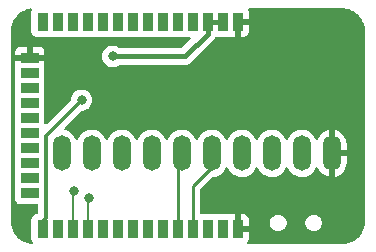
<source format=gbr>
%TF.GenerationSoftware,KiCad,Pcbnew,7.0.2*%
%TF.CreationDate,2023-05-14T05:20:11+02:00*%
%TF.ProjectId,marauder_mini_pcb,6d617261-7564-4657-925f-6d696e695f70,rev?*%
%TF.SameCoordinates,Original*%
%TF.FileFunction,Copper,L1,Top*%
%TF.FilePolarity,Positive*%
%FSLAX46Y46*%
G04 Gerber Fmt 4.6, Leading zero omitted, Abs format (unit mm)*
G04 Created by KiCad (PCBNEW 7.0.2) date 2023-05-14 05:20:11*
%MOMM*%
%LPD*%
G01*
G04 APERTURE LIST*
%TA.AperFunction,SMDPad,CuDef*%
%ADD10R,0.900000X1.500000*%
%TD*%
%TA.AperFunction,SMDPad,CuDef*%
%ADD11R,1.500000X0.900000*%
%TD*%
%TA.AperFunction,ComponentPad*%
%ADD12O,1.500000X3.000000*%
%TD*%
%TA.AperFunction,ViaPad*%
%ADD13C,0.800000*%
%TD*%
%TA.AperFunction,Conductor*%
%ADD14C,0.250000*%
%TD*%
%TA.AperFunction,Conductor*%
%ADD15C,0.200000*%
%TD*%
%TA.AperFunction,Conductor*%
%ADD16C,0.400000*%
%TD*%
%TA.AperFunction,Conductor*%
%ADD17C,0.300000*%
%TD*%
G04 APERTURE END LIST*
D10*
%TO.P,U1,1,GND*%
%TO.N,GND*%
X79210000Y-51200000D03*
%TO.P,U1,2,VDD*%
%TO.N,Net-(SW1-B)*%
X77940000Y-51200000D03*
%TO.P,U1,3,EN*%
X76670000Y-51200000D03*
%TO.P,U1,4,SENSOR_VP*%
%TO.N,unconnected-(U1-SENSOR_VP-Pad4)*%
X75400000Y-51200000D03*
%TO.P,U1,5,SENSOR_VN*%
%TO.N,unconnected-(U1-SENSOR_VN-Pad5)*%
X74130000Y-51200000D03*
%TO.P,U1,6,IO34*%
%TO.N,unconnected-(U1-IO34-Pad6)*%
X72860000Y-51200000D03*
%TO.P,U1,7,IO35*%
%TO.N,unconnected-(U1-IO35-Pad7)*%
X71590000Y-51200000D03*
%TO.P,U1,8,IO32*%
%TO.N,unconnected-(U1-IO32-Pad8)*%
X70320000Y-51200000D03*
%TO.P,U1,9,IO33*%
%TO.N,unconnected-(U1-IO33-Pad9)*%
X69050000Y-51200000D03*
%TO.P,U1,10,IO25*%
%TO.N,unconnected-(U1-IO25-Pad10)*%
X67780000Y-51200000D03*
%TO.P,U1,11,IO26*%
%TO.N,unconnected-(U1-IO26-Pad11)*%
X66510000Y-51200000D03*
%TO.P,U1,12,IO27*%
%TO.N,unconnected-(U1-IO27-Pad12)*%
X65240000Y-51200000D03*
%TO.P,U1,13,IO14*%
%TO.N,unconnected-(U1-IO14-Pad13)*%
X63970000Y-51200000D03*
%TO.P,U1,14,IO12*%
%TO.N,unconnected-(U1-IO12-Pad14)*%
X62700000Y-51200000D03*
D11*
%TO.P,U1,15,GND*%
%TO.N,GND*%
X61605000Y-54235000D03*
%TO.P,U1,16,IO13*%
%TO.N,unconnected-(U1-IO13-Pad16)*%
X61605000Y-55505000D03*
%TO.P,U1,17,SHD/SD2*%
%TO.N,unconnected-(U1-SHD{slash}SD2-Pad17)*%
X61605000Y-56775000D03*
%TO.P,U1,18,SWP/SD3*%
%TO.N,unconnected-(U1-SWP{slash}SD3-Pad18)*%
X61605000Y-58045000D03*
%TO.P,U1,19,SCS/CMD*%
%TO.N,unconnected-(U1-SCS{slash}CMD-Pad19)*%
X61605000Y-59315000D03*
%TO.P,U1,20,SCK/CLK*%
%TO.N,unconnected-(U1-SCK{slash}CLK-Pad20)*%
X61605000Y-60585000D03*
%TO.P,U1,21,SDO/SD0*%
%TO.N,unconnected-(U1-SDO{slash}SD0-Pad21)*%
X61605000Y-61855000D03*
%TO.P,U1,22,SDI/SD1*%
%TO.N,unconnected-(U1-SDI{slash}SD1-Pad22)*%
X61605000Y-63125000D03*
%TO.P,U1,23,IO15*%
%TO.N,unconnected-(U1-IO15-Pad23)*%
X61605000Y-64395000D03*
%TO.P,U1,24,IO2*%
%TO.N,unconnected-(U1-IO2-Pad24)*%
X61605000Y-65665000D03*
D10*
%TO.P,U1,25,IO0*%
%TO.N,Net-(JP1-A)*%
X62700000Y-68700000D03*
%TO.P,U1,26,IO4*%
%TO.N,unconnected-(U1-IO4-Pad26)*%
X63970000Y-68700000D03*
%TO.P,U1,27,IO16*%
%TO.N,Net-(J1-Pin_4)*%
X65240000Y-68700000D03*
%TO.P,U1,28,IO17*%
%TO.N,Net-(J1-Pin_3)*%
X66510000Y-68700000D03*
%TO.P,U1,29,IO5*%
%TO.N,unconnected-(U1-IO5-Pad29)*%
X67780000Y-68700000D03*
%TO.P,U1,30,IO18*%
%TO.N,unconnected-(U1-IO18-Pad30)*%
X69050000Y-68700000D03*
%TO.P,U1,31,IO19*%
%TO.N,unconnected-(U1-IO19-Pad31)*%
X70320000Y-68700000D03*
%TO.P,U1,32,NC*%
%TO.N,unconnected-(U1-NC-Pad32)*%
X71590000Y-68700000D03*
%TO.P,U1,33,IO21*%
%TO.N,unconnected-(U1-IO21-Pad33)*%
X72860000Y-68700000D03*
%TO.P,U1,34,RXD0/IO3*%
%TO.N,Net-(J1-Pin_6)*%
X74130000Y-68700000D03*
%TO.P,U1,35,TXD0/IO1*%
%TO.N,Net-(J1-Pin_5)*%
X75400000Y-68700000D03*
%TO.P,U1,36,IO22*%
%TO.N,unconnected-(U1-IO22-Pad36)*%
X76670000Y-68700000D03*
%TO.P,U1,37,IO23*%
%TO.N,unconnected-(U1-IO23-Pad37)*%
X77940000Y-68700000D03*
%TO.P,U1,38,GND*%
%TO.N,GND*%
X79210000Y-68700000D03*
%TD*%
D12*
%TO.P,J1,1,Pin_1*%
%TO.N,GND*%
X87180000Y-62300000D03*
%TO.P,J1,2,Pin_2*%
%TO.N,unconnected-(J1-Pin_2-Pad2)*%
X84640000Y-62300000D03*
%TO.P,J1,3,Pin_3*%
%TO.N,Net-(J1-Pin_3)*%
X82100000Y-62300000D03*
%TO.P,J1,4,Pin_4*%
%TO.N,Net-(J1-Pin_4)*%
X79560000Y-62300000D03*
%TO.P,J1,5,Pin_5*%
%TO.N,Net-(J1-Pin_5)*%
X77020000Y-62300000D03*
%TO.P,J1,6,Pin_6*%
%TO.N,Net-(J1-Pin_6)*%
X74480000Y-62300000D03*
%TO.P,J1,7,Pin_7*%
%TO.N,unconnected-(J1-Pin_7-Pad7)*%
X71940000Y-62300000D03*
%TO.P,J1,8,Pin_8*%
%TO.N,unconnected-(J1-Pin_8-Pad8)*%
X69400000Y-62300000D03*
%TO.P,J1,9,Pin_9*%
%TO.N,unconnected-(J1-Pin_9-Pad9)*%
X66860000Y-62300000D03*
%TO.P,J1,10,Pin_10*%
%TO.N,Net-(J1-Pin_10)*%
X64320000Y-62300000D03*
%TD*%
D13*
%TO.N,GND*%
X71500000Y-55800000D03*
X78028800Y-55800000D03*
X64897000Y-55800000D03*
X78003400Y-66319400D03*
X84700000Y-55800000D03*
%TO.N,Net-(J1-Pin_3)*%
X66624200Y-66090800D03*
%TO.N,Net-(J1-Pin_4)*%
X65354200Y-65506600D03*
%TO.N,Net-(SW1-B)*%
X68630800Y-54102000D03*
%TO.N,Net-(JP1-A)*%
X66000000Y-57800000D03*
%TD*%
D14*
%TO.N,Net-(J1-Pin_5)*%
X75400000Y-65100000D02*
X77020000Y-63480000D01*
X75400000Y-68700000D02*
X75400000Y-65100000D01*
X77020000Y-63480000D02*
X77020000Y-62300000D01*
%TO.N,Net-(J1-Pin_6)*%
X74130000Y-68700000D02*
X74130000Y-62650000D01*
X74130000Y-62650000D02*
X74480000Y-62300000D01*
D15*
%TO.N,Net-(J1-Pin_3)*%
X66510000Y-68700000D02*
X66510000Y-66205000D01*
X66510000Y-66205000D02*
X66624200Y-66090800D01*
%TO.N,Net-(J1-Pin_4)*%
X65240000Y-65620800D02*
X65354200Y-65506600D01*
X65240000Y-68700000D02*
X65240000Y-65620800D01*
D16*
%TO.N,Net-(SW1-B)*%
X74768000Y-54102000D02*
X76670000Y-52200000D01*
X77940000Y-51200000D02*
X76670000Y-51200000D01*
X76670000Y-52200000D02*
X76670000Y-51200000D01*
X68630800Y-54102000D02*
X74768000Y-54102000D01*
D17*
%TO.N,Net-(JP1-A)*%
X66000000Y-57800000D02*
X63000000Y-60800000D01*
D15*
X62700000Y-68100000D02*
X62700000Y-68700000D01*
D17*
X63000000Y-60800000D02*
X63000000Y-67800000D01*
X63000000Y-67800000D02*
X62700000Y-68100000D01*
%TD*%
%TA.AperFunction,Conductor*%
%TO.N,GND*%
G36*
X88004042Y-50000764D02*
G01*
X88083743Y-50005988D01*
X88261590Y-50018709D01*
X88276904Y-50020772D01*
X88389441Y-50043157D01*
X88530277Y-50073794D01*
X88543690Y-50077518D01*
X88657725Y-50116228D01*
X88661074Y-50117420D01*
X88788808Y-50165062D01*
X88800300Y-50170024D01*
X88910687Y-50224461D01*
X88915187Y-50226798D01*
X89032478Y-50290844D01*
X89041942Y-50296574D01*
X89145269Y-50365615D01*
X89150688Y-50369450D01*
X89256727Y-50448830D01*
X89264145Y-50454844D01*
X89357976Y-50537131D01*
X89363898Y-50542678D01*
X89457320Y-50636100D01*
X89462867Y-50642022D01*
X89545150Y-50735848D01*
X89551173Y-50743278D01*
X89588691Y-50793396D01*
X89630548Y-50849310D01*
X89634383Y-50854729D01*
X89703424Y-50958056D01*
X89709154Y-50967520D01*
X89773183Y-51084779D01*
X89775564Y-51089363D01*
X89829969Y-51199687D01*
X89834938Y-51211196D01*
X89882556Y-51338863D01*
X89883793Y-51342338D01*
X89922470Y-51456276D01*
X89926217Y-51469777D01*
X89956847Y-51610580D01*
X89979230Y-51723107D01*
X89981290Y-51738414D01*
X89994017Y-51916349D01*
X89999235Y-51995954D01*
X89999500Y-52004051D01*
X89999500Y-67995947D01*
X89999234Y-68004058D01*
X89994017Y-68083648D01*
X89981291Y-68261574D01*
X89979225Y-68276916D01*
X89956851Y-68389402D01*
X89926212Y-68530244D01*
X89922473Y-68543714D01*
X89883793Y-68657660D01*
X89882556Y-68661135D01*
X89834938Y-68788802D01*
X89829969Y-68800311D01*
X89775564Y-68910635D01*
X89773183Y-68915219D01*
X89709154Y-69032478D01*
X89703424Y-69041942D01*
X89634383Y-69145269D01*
X89630548Y-69150688D01*
X89551181Y-69256711D01*
X89545142Y-69264160D01*
X89462867Y-69357976D01*
X89457320Y-69363898D01*
X89363898Y-69457320D01*
X89357976Y-69462867D01*
X89264160Y-69545142D01*
X89256711Y-69551181D01*
X89150688Y-69630548D01*
X89145269Y-69634383D01*
X89041942Y-69703424D01*
X89032478Y-69709154D01*
X88915219Y-69773183D01*
X88910635Y-69775564D01*
X88800311Y-69829969D01*
X88788802Y-69834938D01*
X88661135Y-69882556D01*
X88657660Y-69883793D01*
X88543722Y-69922470D01*
X88530221Y-69926217D01*
X88389419Y-69956847D01*
X88342048Y-69966270D01*
X88276896Y-69979229D01*
X88261584Y-69981290D01*
X88083649Y-69994017D01*
X88060221Y-69995552D01*
X88004030Y-69999235D01*
X87995948Y-69999500D01*
X80120948Y-69999500D01*
X80053909Y-69979815D01*
X80008154Y-69927011D01*
X79998210Y-69857853D01*
X80021681Y-69801190D01*
X80103351Y-69692091D01*
X80153599Y-69557371D01*
X80159645Y-69501132D01*
X80160000Y-69494518D01*
X80160000Y-68950000D01*
X79084000Y-68950000D01*
X79016961Y-68930315D01*
X78971206Y-68877511D01*
X78960000Y-68826000D01*
X78960000Y-67450000D01*
X79460000Y-67450000D01*
X79460000Y-68450000D01*
X80160000Y-68450000D01*
X80160000Y-68295055D01*
X81949500Y-68295055D01*
X81990209Y-68460224D01*
X81990210Y-68460225D01*
X82069266Y-68610852D01*
X82182071Y-68738183D01*
X82322070Y-68834818D01*
X82481128Y-68895140D01*
X82607628Y-68910500D01*
X82611377Y-68910500D01*
X82688623Y-68910500D01*
X82692372Y-68910500D01*
X82818872Y-68895140D01*
X82977930Y-68834818D01*
X83117929Y-68738183D01*
X83230734Y-68610852D01*
X83309790Y-68460225D01*
X83350500Y-68295056D01*
X83350500Y-68295055D01*
X84949500Y-68295055D01*
X84990209Y-68460224D01*
X84990210Y-68460225D01*
X85069266Y-68610852D01*
X85182071Y-68738183D01*
X85322070Y-68834818D01*
X85481128Y-68895140D01*
X85607628Y-68910500D01*
X85611377Y-68910500D01*
X85688623Y-68910500D01*
X85692372Y-68910500D01*
X85818872Y-68895140D01*
X85977930Y-68834818D01*
X86117929Y-68738183D01*
X86230734Y-68610852D01*
X86309790Y-68460225D01*
X86350500Y-68295056D01*
X86350500Y-68124944D01*
X86309790Y-67959775D01*
X86230734Y-67809148D01*
X86117929Y-67681817D01*
X86117928Y-67681816D01*
X86117927Y-67681815D01*
X85977930Y-67585182D01*
X85818872Y-67524860D01*
X85696092Y-67509951D01*
X85696080Y-67509950D01*
X85692372Y-67509500D01*
X85607628Y-67509500D01*
X85603920Y-67509950D01*
X85603907Y-67509951D01*
X85481127Y-67524860D01*
X85322069Y-67585182D01*
X85182072Y-67681815D01*
X85069265Y-67809149D01*
X84990209Y-67959775D01*
X84949500Y-68124944D01*
X84949500Y-68295055D01*
X83350500Y-68295055D01*
X83350500Y-68124944D01*
X83309790Y-67959775D01*
X83230734Y-67809148D01*
X83117929Y-67681817D01*
X83117928Y-67681816D01*
X83117927Y-67681815D01*
X82977930Y-67585182D01*
X82818872Y-67524860D01*
X82696092Y-67509951D01*
X82696080Y-67509950D01*
X82692372Y-67509500D01*
X82607628Y-67509500D01*
X82603920Y-67509950D01*
X82603907Y-67509951D01*
X82481127Y-67524860D01*
X82322069Y-67585182D01*
X82182072Y-67681815D01*
X82069265Y-67809149D01*
X81990209Y-67959775D01*
X81949500Y-68124944D01*
X81949500Y-68295055D01*
X80160000Y-68295055D01*
X80160000Y-67905481D01*
X80159645Y-67898867D01*
X80153599Y-67842628D01*
X80103352Y-67707910D01*
X80017188Y-67592811D01*
X79902089Y-67506647D01*
X79767371Y-67456400D01*
X79711132Y-67450354D01*
X79704518Y-67450000D01*
X79460000Y-67450000D01*
X78960000Y-67450000D01*
X78715482Y-67450000D01*
X78708867Y-67450354D01*
X78652626Y-67456400D01*
X78619047Y-67468925D01*
X78549355Y-67473909D01*
X78532381Y-67468925D01*
X78497484Y-67455909D01*
X78441166Y-67449854D01*
X78441165Y-67449853D01*
X78437873Y-67449500D01*
X78434550Y-67449500D01*
X77445439Y-67449500D01*
X77445420Y-67449500D01*
X77442128Y-67449501D01*
X77438848Y-67449853D01*
X77438840Y-67449854D01*
X77382516Y-67455909D01*
X77348331Y-67468659D01*
X77278639Y-67473642D01*
X77261668Y-67468658D01*
X77227486Y-67455909D01*
X77171166Y-67449854D01*
X77171165Y-67449853D01*
X77167873Y-67449500D01*
X77164550Y-67449500D01*
X76175439Y-67449500D01*
X76175420Y-67449500D01*
X76172128Y-67449501D01*
X76168857Y-67449852D01*
X76168831Y-67449854D01*
X76162743Y-67450509D01*
X76093985Y-67438097D01*
X76042852Y-67390481D01*
X76025500Y-67327218D01*
X76025500Y-65410451D01*
X76045185Y-65343412D01*
X76061814Y-65322774D01*
X77051342Y-64333246D01*
X77112663Y-64299763D01*
X77122358Y-64298054D01*
X77299387Y-64274075D01*
X77513464Y-64204517D01*
X77711681Y-64097852D01*
X77887666Y-63957508D01*
X78035765Y-63787996D01*
X78128420Y-63632915D01*
X78151214Y-63594766D01*
X78151296Y-63594548D01*
X78173308Y-63535897D01*
X78215291Y-63480051D01*
X78280805Y-63455767D01*
X78349047Y-63470758D01*
X78398352Y-63520263D01*
X78401120Y-63525668D01*
X78482170Y-63693972D01*
X78550483Y-63787996D01*
X78614478Y-63876078D01*
X78777175Y-64031632D01*
X78965032Y-64155635D01*
X79172012Y-64244103D01*
X79391463Y-64294191D01*
X79596998Y-64303421D01*
X79616328Y-64304290D01*
X79616328Y-64304289D01*
X79616330Y-64304290D01*
X79839387Y-64274075D01*
X80053464Y-64204517D01*
X80251681Y-64097852D01*
X80427666Y-63957508D01*
X80575765Y-63787996D01*
X80668420Y-63632915D01*
X80691214Y-63594766D01*
X80691296Y-63594548D01*
X80713308Y-63535897D01*
X80755291Y-63480051D01*
X80820805Y-63455767D01*
X80889047Y-63470758D01*
X80938352Y-63520263D01*
X80941120Y-63525668D01*
X81022170Y-63693972D01*
X81090483Y-63787996D01*
X81154478Y-63876078D01*
X81317175Y-64031632D01*
X81505032Y-64155635D01*
X81712012Y-64244103D01*
X81931463Y-64294191D01*
X82136998Y-64303421D01*
X82156328Y-64304290D01*
X82156328Y-64304289D01*
X82156330Y-64304290D01*
X82379387Y-64274075D01*
X82593464Y-64204517D01*
X82791681Y-64097852D01*
X82967666Y-63957508D01*
X83115765Y-63787996D01*
X83208420Y-63632915D01*
X83231214Y-63594766D01*
X83231296Y-63594548D01*
X83253308Y-63535897D01*
X83295291Y-63480051D01*
X83360805Y-63455767D01*
X83429047Y-63470758D01*
X83478352Y-63520263D01*
X83481120Y-63525668D01*
X83562170Y-63693972D01*
X83630483Y-63787996D01*
X83694478Y-63876078D01*
X83857175Y-64031632D01*
X84045032Y-64155635D01*
X84252012Y-64244103D01*
X84471463Y-64294191D01*
X84676998Y-64303421D01*
X84696328Y-64304290D01*
X84696328Y-64304289D01*
X84696330Y-64304290D01*
X84919387Y-64274075D01*
X85133464Y-64204517D01*
X85331681Y-64097852D01*
X85507666Y-63957508D01*
X85655765Y-63787996D01*
X85771215Y-63594764D01*
X85793550Y-63535250D01*
X85835534Y-63479404D01*
X85901048Y-63455120D01*
X85969291Y-63470111D01*
X86018596Y-63519616D01*
X86021363Y-63525021D01*
X86102599Y-63693712D01*
X86234855Y-63875745D01*
X86397491Y-64031241D01*
X86585271Y-64155193D01*
X86792166Y-64243625D01*
X86929999Y-64275084D01*
X86930000Y-64275084D01*
X86930000Y-62735501D01*
X87037685Y-62784680D01*
X87144237Y-62800000D01*
X87215763Y-62800000D01*
X87322315Y-62784680D01*
X87430000Y-62735501D01*
X87430000Y-64277549D01*
X87459274Y-64273585D01*
X87673265Y-64204055D01*
X87871407Y-64097430D01*
X88047318Y-63957146D01*
X88195359Y-63787700D01*
X88310762Y-63594548D01*
X88389825Y-63383888D01*
X88430000Y-63162503D01*
X88430000Y-62550000D01*
X87613686Y-62550000D01*
X87639493Y-62509844D01*
X87680000Y-62371889D01*
X87680000Y-62228111D01*
X87639493Y-62090156D01*
X87613686Y-62050000D01*
X88430000Y-62050000D01*
X88430000Y-61496643D01*
X88429751Y-61491105D01*
X88414882Y-61325898D01*
X88355022Y-61109004D01*
X88257399Y-60906287D01*
X88125144Y-60724254D01*
X87962508Y-60568758D01*
X87774728Y-60444806D01*
X87567834Y-60356375D01*
X87430000Y-60324915D01*
X87430000Y-61864498D01*
X87322315Y-61815320D01*
X87215763Y-61800000D01*
X87144237Y-61800000D01*
X87037685Y-61815320D01*
X86929999Y-61864498D01*
X86929999Y-60322449D01*
X86929997Y-60322449D01*
X86900726Y-60326414D01*
X86686734Y-60395944D01*
X86488592Y-60502569D01*
X86312681Y-60642853D01*
X86164640Y-60812299D01*
X86049237Y-61005451D01*
X86026992Y-61064723D01*
X85985006Y-61120571D01*
X85919492Y-61144854D01*
X85851250Y-61129862D01*
X85801946Y-61080356D01*
X85799179Y-61074953D01*
X85717829Y-60906027D01*
X85585524Y-60723925D01*
X85585522Y-60723922D01*
X85422825Y-60568368D01*
X85422822Y-60568366D01*
X85422821Y-60568365D01*
X85234968Y-60444365D01*
X85027987Y-60355896D01*
X84808537Y-60305809D01*
X84583671Y-60295709D01*
X84360611Y-60325925D01*
X84146537Y-60395482D01*
X84055698Y-60444365D01*
X83948319Y-60502148D01*
X83948317Y-60502149D01*
X83948318Y-60502149D01*
X83772335Y-60642490D01*
X83624233Y-60812006D01*
X83508784Y-61005236D01*
X83486692Y-61064101D01*
X83444706Y-61119949D01*
X83379192Y-61144232D01*
X83310950Y-61129240D01*
X83261646Y-61079734D01*
X83258879Y-61074331D01*
X83177829Y-60906027D01*
X83045524Y-60723925D01*
X83045522Y-60723922D01*
X82882825Y-60568368D01*
X82882822Y-60568366D01*
X82882821Y-60568365D01*
X82694968Y-60444365D01*
X82487987Y-60355896D01*
X82268537Y-60305809D01*
X82043671Y-60295709D01*
X81820611Y-60325925D01*
X81606537Y-60395482D01*
X81515698Y-60444365D01*
X81408319Y-60502148D01*
X81408317Y-60502149D01*
X81408318Y-60502149D01*
X81232335Y-60642490D01*
X81084233Y-60812006D01*
X80968784Y-61005236D01*
X80946692Y-61064101D01*
X80904706Y-61119949D01*
X80839192Y-61144232D01*
X80770950Y-61129240D01*
X80721646Y-61079734D01*
X80718879Y-61074331D01*
X80637829Y-60906027D01*
X80505524Y-60723925D01*
X80505522Y-60723922D01*
X80342825Y-60568368D01*
X80342822Y-60568366D01*
X80342821Y-60568365D01*
X80154968Y-60444365D01*
X79947987Y-60355896D01*
X79728537Y-60305809D01*
X79503671Y-60295709D01*
X79280611Y-60325925D01*
X79066537Y-60395482D01*
X78975698Y-60444365D01*
X78868319Y-60502148D01*
X78868317Y-60502149D01*
X78868318Y-60502149D01*
X78692335Y-60642490D01*
X78544233Y-60812006D01*
X78428784Y-61005236D01*
X78406692Y-61064101D01*
X78364706Y-61119949D01*
X78299192Y-61144232D01*
X78230950Y-61129240D01*
X78181646Y-61079734D01*
X78178879Y-61074331D01*
X78097829Y-60906027D01*
X77965524Y-60723925D01*
X77965522Y-60723922D01*
X77802825Y-60568368D01*
X77802822Y-60568366D01*
X77802821Y-60568365D01*
X77614968Y-60444365D01*
X77407987Y-60355896D01*
X77188537Y-60305809D01*
X76963671Y-60295709D01*
X76740611Y-60325925D01*
X76526537Y-60395482D01*
X76435698Y-60444365D01*
X76328319Y-60502148D01*
X76328317Y-60502149D01*
X76328318Y-60502149D01*
X76152335Y-60642490D01*
X76004233Y-60812006D01*
X75888784Y-61005236D01*
X75866692Y-61064101D01*
X75824706Y-61119949D01*
X75759192Y-61144232D01*
X75690950Y-61129240D01*
X75641646Y-61079734D01*
X75638879Y-61074331D01*
X75557829Y-60906027D01*
X75425524Y-60723925D01*
X75425522Y-60723922D01*
X75262825Y-60568368D01*
X75262822Y-60568366D01*
X75262821Y-60568365D01*
X75074968Y-60444365D01*
X74867987Y-60355896D01*
X74648537Y-60305809D01*
X74423671Y-60295709D01*
X74200611Y-60325925D01*
X73986537Y-60395482D01*
X73895698Y-60444365D01*
X73788319Y-60502148D01*
X73788317Y-60502149D01*
X73788318Y-60502149D01*
X73612335Y-60642490D01*
X73464233Y-60812006D01*
X73348784Y-61005236D01*
X73326692Y-61064101D01*
X73284706Y-61119949D01*
X73219192Y-61144232D01*
X73150950Y-61129240D01*
X73101646Y-61079734D01*
X73098879Y-61074331D01*
X73017829Y-60906027D01*
X72885524Y-60723925D01*
X72885522Y-60723922D01*
X72722825Y-60568368D01*
X72722822Y-60568366D01*
X72722821Y-60568365D01*
X72534968Y-60444365D01*
X72327987Y-60355896D01*
X72108537Y-60305809D01*
X71883671Y-60295709D01*
X71660611Y-60325925D01*
X71446537Y-60395482D01*
X71355698Y-60444365D01*
X71248319Y-60502148D01*
X71248317Y-60502149D01*
X71248318Y-60502149D01*
X71072335Y-60642490D01*
X70924233Y-60812006D01*
X70808784Y-61005236D01*
X70786692Y-61064101D01*
X70744706Y-61119949D01*
X70679192Y-61144232D01*
X70610950Y-61129240D01*
X70561646Y-61079734D01*
X70558879Y-61074331D01*
X70477829Y-60906027D01*
X70345524Y-60723925D01*
X70345522Y-60723922D01*
X70182825Y-60568368D01*
X70182822Y-60568366D01*
X70182821Y-60568365D01*
X69994968Y-60444365D01*
X69787987Y-60355896D01*
X69568537Y-60305809D01*
X69343671Y-60295709D01*
X69120611Y-60325925D01*
X68906537Y-60395482D01*
X68815698Y-60444365D01*
X68708319Y-60502148D01*
X68708317Y-60502149D01*
X68708318Y-60502149D01*
X68532335Y-60642490D01*
X68384233Y-60812006D01*
X68268784Y-61005236D01*
X68246692Y-61064101D01*
X68204706Y-61119949D01*
X68139192Y-61144232D01*
X68070950Y-61129240D01*
X68021646Y-61079734D01*
X68018879Y-61074331D01*
X67937829Y-60906027D01*
X67805524Y-60723925D01*
X67805522Y-60723922D01*
X67642825Y-60568368D01*
X67642822Y-60568366D01*
X67642821Y-60568365D01*
X67454968Y-60444365D01*
X67247987Y-60355896D01*
X67028537Y-60305809D01*
X66803671Y-60295709D01*
X66580611Y-60325925D01*
X66366537Y-60395482D01*
X66275698Y-60444365D01*
X66168319Y-60502148D01*
X66168317Y-60502149D01*
X66168318Y-60502149D01*
X65992335Y-60642490D01*
X65844233Y-60812006D01*
X65728784Y-61005236D01*
X65706692Y-61064101D01*
X65664706Y-61119949D01*
X65599192Y-61144232D01*
X65530950Y-61129240D01*
X65481646Y-61079734D01*
X65478879Y-61074331D01*
X65397829Y-60906027D01*
X65265524Y-60723925D01*
X65265522Y-60723922D01*
X65102825Y-60568368D01*
X65102822Y-60568366D01*
X65102821Y-60568365D01*
X64914968Y-60444365D01*
X64707987Y-60355896D01*
X64646697Y-60341907D01*
X64585718Y-60307798D01*
X64552861Y-60246136D01*
X64558557Y-60176499D01*
X64586606Y-60133338D01*
X65983126Y-58736819D01*
X66044450Y-58703334D01*
X66070808Y-58700500D01*
X66094648Y-58700500D01*
X66218083Y-58674262D01*
X66279803Y-58661144D01*
X66452730Y-58584151D01*
X66509546Y-58542872D01*
X66605870Y-58472889D01*
X66732533Y-58332216D01*
X66827179Y-58168284D01*
X66885674Y-57988256D01*
X66905460Y-57800000D01*
X66885674Y-57611744D01*
X66827179Y-57431716D01*
X66827179Y-57431715D01*
X66732533Y-57267783D01*
X66605870Y-57127110D01*
X66452730Y-57015848D01*
X66279802Y-56938855D01*
X66094648Y-56899500D01*
X66094646Y-56899500D01*
X65905354Y-56899500D01*
X65905352Y-56899500D01*
X65720197Y-56938855D01*
X65547269Y-57015848D01*
X65394129Y-57127110D01*
X65267466Y-57267783D01*
X65172820Y-57431715D01*
X65114326Y-57611742D01*
X65100831Y-57740142D01*
X65074246Y-57804757D01*
X65065191Y-57814861D01*
X63067180Y-59812872D01*
X63005857Y-59846357D01*
X62936165Y-59841373D01*
X62880232Y-59799501D01*
X62855815Y-59734037D01*
X62855499Y-59725216D01*
X62855499Y-58817128D01*
X62849091Y-58757517D01*
X62836340Y-58723332D01*
X62831357Y-58653642D01*
X62836342Y-58636665D01*
X62849090Y-58602485D01*
X62849089Y-58602485D01*
X62849091Y-58602483D01*
X62855500Y-58542873D01*
X62855499Y-57547128D01*
X62849091Y-57487517D01*
X62836340Y-57453332D01*
X62831357Y-57383642D01*
X62836342Y-57366665D01*
X62849090Y-57332485D01*
X62849089Y-57332485D01*
X62849091Y-57332483D01*
X62855500Y-57272873D01*
X62855499Y-56277128D01*
X62849091Y-56217517D01*
X62836340Y-56183332D01*
X62831357Y-56113642D01*
X62836342Y-56096665D01*
X62849090Y-56062485D01*
X62849089Y-56062485D01*
X62849091Y-56062483D01*
X62855500Y-56002873D01*
X62855499Y-55007128D01*
X62849091Y-54947517D01*
X62836075Y-54912619D01*
X62831090Y-54842928D01*
X62836075Y-54825949D01*
X62848597Y-54792376D01*
X62854646Y-54736114D01*
X62855000Y-54729518D01*
X62855000Y-54485000D01*
X60355000Y-54485000D01*
X60355000Y-54729518D01*
X60355354Y-54736132D01*
X60361400Y-54792373D01*
X60373925Y-54825952D01*
X60378909Y-54895643D01*
X60373925Y-54912617D01*
X60360909Y-54947513D01*
X60360909Y-54947517D01*
X60354500Y-55007127D01*
X60354500Y-55010448D01*
X60354500Y-55010449D01*
X60354500Y-55999560D01*
X60354500Y-55999578D01*
X60354501Y-56002872D01*
X60354853Y-56006152D01*
X60354854Y-56006159D01*
X60360909Y-56062485D01*
X60373658Y-56096667D01*
X60378642Y-56166359D01*
X60373659Y-56183330D01*
X60360909Y-56217515D01*
X60360908Y-56217517D01*
X60360909Y-56217517D01*
X60354500Y-56277127D01*
X60354500Y-56280448D01*
X60354500Y-56280449D01*
X60354500Y-57269560D01*
X60354500Y-57269578D01*
X60354501Y-57272872D01*
X60354853Y-57276152D01*
X60354854Y-57276159D01*
X60360909Y-57332485D01*
X60373658Y-57366667D01*
X60378642Y-57436359D01*
X60373659Y-57453330D01*
X60360909Y-57487515D01*
X60360908Y-57487517D01*
X60360909Y-57487517D01*
X60354500Y-57547127D01*
X60354500Y-57550448D01*
X60354500Y-57550449D01*
X60354500Y-58539560D01*
X60354500Y-58539578D01*
X60354501Y-58542872D01*
X60354853Y-58546152D01*
X60354854Y-58546159D01*
X60360909Y-58602485D01*
X60373658Y-58636667D01*
X60378642Y-58706359D01*
X60373659Y-58723330D01*
X60360909Y-58757515D01*
X60360908Y-58757517D01*
X60360909Y-58757517D01*
X60354500Y-58817127D01*
X60354500Y-58820448D01*
X60354500Y-58820449D01*
X60354500Y-59809560D01*
X60354500Y-59809578D01*
X60354501Y-59812872D01*
X60354853Y-59816152D01*
X60354854Y-59816159D01*
X60360909Y-59872485D01*
X60373658Y-59906667D01*
X60378642Y-59976359D01*
X60373659Y-59993330D01*
X60360909Y-60027515D01*
X60354854Y-60083833D01*
X60354500Y-60087127D01*
X60354500Y-60090448D01*
X60354500Y-60090449D01*
X60354500Y-61079560D01*
X60354500Y-61079578D01*
X60354501Y-61082872D01*
X60354853Y-61086152D01*
X60354854Y-61086159D01*
X60360909Y-61142485D01*
X60373658Y-61176667D01*
X60378642Y-61246359D01*
X60373659Y-61263330D01*
X60360909Y-61297515D01*
X60354854Y-61353833D01*
X60354500Y-61357127D01*
X60354500Y-61360448D01*
X60354500Y-61360449D01*
X60354500Y-62349560D01*
X60354500Y-62349578D01*
X60354501Y-62352872D01*
X60354853Y-62356152D01*
X60354854Y-62356159D01*
X60360909Y-62412485D01*
X60373658Y-62446667D01*
X60378642Y-62516359D01*
X60373659Y-62533330D01*
X60360909Y-62567515D01*
X60360908Y-62567517D01*
X60360909Y-62567517D01*
X60354500Y-62627127D01*
X60354500Y-62630448D01*
X60354500Y-62630449D01*
X60354500Y-63619560D01*
X60354500Y-63619578D01*
X60354501Y-63622872D01*
X60354853Y-63626152D01*
X60354854Y-63626159D01*
X60360909Y-63682485D01*
X60373658Y-63716667D01*
X60378642Y-63786359D01*
X60373659Y-63803330D01*
X60360909Y-63837515D01*
X60356763Y-63876078D01*
X60354500Y-63897127D01*
X60354500Y-63900448D01*
X60354500Y-63900449D01*
X60354500Y-64889560D01*
X60354500Y-64889578D01*
X60354501Y-64892872D01*
X60354853Y-64896152D01*
X60354854Y-64896159D01*
X60360909Y-64952485D01*
X60373658Y-64986667D01*
X60378642Y-65056359D01*
X60373659Y-65073330D01*
X60360909Y-65107515D01*
X60356283Y-65150542D01*
X60354500Y-65167127D01*
X60354500Y-65170448D01*
X60354500Y-65170449D01*
X60354500Y-66159560D01*
X60354500Y-66159578D01*
X60354501Y-66162872D01*
X60360909Y-66222483D01*
X60411204Y-66357331D01*
X60497454Y-66472546D01*
X60612669Y-66558796D01*
X60747517Y-66609091D01*
X60807127Y-66615500D01*
X62225500Y-66615499D01*
X62292539Y-66635184D01*
X62338294Y-66687987D01*
X62349500Y-66739499D01*
X62349500Y-67325500D01*
X62329815Y-67392539D01*
X62277011Y-67438294D01*
X62225505Y-67449500D01*
X62205441Y-67449500D01*
X62205422Y-67449500D01*
X62202128Y-67449501D01*
X62198848Y-67449853D01*
X62198840Y-67449854D01*
X62142515Y-67455909D01*
X62007669Y-67506204D01*
X61892454Y-67592454D01*
X61806204Y-67707668D01*
X61768355Y-67809148D01*
X61755909Y-67842517D01*
X61749500Y-67902127D01*
X61749500Y-67905448D01*
X61749500Y-67905449D01*
X61749500Y-69494560D01*
X61749500Y-69494578D01*
X61749501Y-69497872D01*
X61749853Y-69501152D01*
X61749854Y-69501159D01*
X61755897Y-69557371D01*
X61755909Y-69557483D01*
X61806204Y-69692331D01*
X61866730Y-69773183D01*
X61875871Y-69785394D01*
X61900288Y-69850859D01*
X61885436Y-69919132D01*
X61836031Y-69968537D01*
X61767758Y-69983389D01*
X61767757Y-69983389D01*
X61738425Y-69981291D01*
X61723082Y-69979225D01*
X61665195Y-69967710D01*
X61610600Y-69956851D01*
X61469746Y-69926210D01*
X61456284Y-69922473D01*
X61456275Y-69922470D01*
X61371805Y-69893796D01*
X61342338Y-69883793D01*
X61338863Y-69882556D01*
X61211196Y-69834938D01*
X61199687Y-69829969D01*
X61109297Y-69785394D01*
X61089348Y-69775556D01*
X61084779Y-69773183D01*
X60967520Y-69709154D01*
X60958056Y-69703424D01*
X60854729Y-69634383D01*
X60849310Y-69630548D01*
X60793396Y-69588691D01*
X60743278Y-69551173D01*
X60735848Y-69545150D01*
X60642022Y-69462867D01*
X60636100Y-69457320D01*
X60542678Y-69363898D01*
X60537131Y-69357976D01*
X60505450Y-69321851D01*
X60454844Y-69264145D01*
X60448830Y-69256727D01*
X60369450Y-69150688D01*
X60365615Y-69145269D01*
X60296574Y-69041942D01*
X60290844Y-69032478D01*
X60226798Y-68915187D01*
X60224461Y-68910687D01*
X60170024Y-68800300D01*
X60165060Y-68788802D01*
X60117420Y-68661074D01*
X60116228Y-68657725D01*
X60077522Y-68543703D01*
X60073786Y-68530240D01*
X60043157Y-68389441D01*
X60020767Y-68276879D01*
X60018709Y-68261593D01*
X60005988Y-68083743D01*
X60000765Y-68004041D01*
X60000500Y-67995936D01*
X60000500Y-60027515D01*
X60000500Y-53985000D01*
X60354999Y-53985000D01*
X61355000Y-53985000D01*
X61355000Y-53285000D01*
X61855000Y-53285000D01*
X61855000Y-53985000D01*
X62855000Y-53985000D01*
X62855000Y-53740481D01*
X62854645Y-53733867D01*
X62848599Y-53677628D01*
X62798352Y-53542910D01*
X62712188Y-53427811D01*
X62597089Y-53341647D01*
X62462371Y-53291400D01*
X62406132Y-53285354D01*
X62399518Y-53285000D01*
X61855000Y-53285000D01*
X61355000Y-53285000D01*
X60810482Y-53285000D01*
X60803867Y-53285354D01*
X60747628Y-53291400D01*
X60612910Y-53341647D01*
X60497811Y-53427811D01*
X60411647Y-53542910D01*
X60361400Y-53677628D01*
X60355354Y-53733867D01*
X60355000Y-53740481D01*
X60354999Y-53985000D01*
X60000500Y-53985000D01*
X60000500Y-52004034D01*
X60000765Y-51995954D01*
X60000857Y-51994560D01*
X60005983Y-51916349D01*
X60007885Y-51889744D01*
X60018709Y-51738405D01*
X60020770Y-51723101D01*
X60043163Y-51610523D01*
X60073795Y-51469717D01*
X60077515Y-51456318D01*
X60116243Y-51342230D01*
X60117404Y-51338967D01*
X60165068Y-51211177D01*
X60170017Y-51199713D01*
X60224481Y-51089272D01*
X60226777Y-51084851D01*
X60290855Y-50967501D01*
X60296562Y-50958075D01*
X60365639Y-50854694D01*
X60369425Y-50849344D01*
X60448850Y-50743246D01*
X60454823Y-50735878D01*
X60537161Y-50641989D01*
X60542648Y-50636131D01*
X60636131Y-50542648D01*
X60641989Y-50537161D01*
X60735878Y-50454823D01*
X60743246Y-50448850D01*
X60849344Y-50369425D01*
X60854694Y-50365639D01*
X60958075Y-50296562D01*
X60967501Y-50290855D01*
X61084851Y-50226777D01*
X61089272Y-50224481D01*
X61199713Y-50170017D01*
X61211177Y-50165068D01*
X61338967Y-50117404D01*
X61342230Y-50116243D01*
X61456305Y-50077519D01*
X61469754Y-50073787D01*
X61610546Y-50043159D01*
X61670145Y-50031304D01*
X61739698Y-50037540D01*
X61794869Y-50080412D01*
X61818102Y-50146305D01*
X61810461Y-50196255D01*
X61755909Y-50342514D01*
X61753016Y-50369425D01*
X61749500Y-50402127D01*
X61749500Y-50405448D01*
X61749500Y-50405449D01*
X61749500Y-51994560D01*
X61749500Y-51994578D01*
X61749501Y-51997872D01*
X61749853Y-52001152D01*
X61749854Y-52001159D01*
X61755897Y-52057371D01*
X61755909Y-52057483D01*
X61806204Y-52192331D01*
X61892454Y-52307546D01*
X62007669Y-52393796D01*
X62142517Y-52444091D01*
X62202127Y-52450500D01*
X63197872Y-52450499D01*
X63257483Y-52444091D01*
X63291664Y-52431341D01*
X63361356Y-52426357D01*
X63378330Y-52431340D01*
X63412517Y-52444091D01*
X63472127Y-52450500D01*
X64467872Y-52450499D01*
X64527483Y-52444091D01*
X64561664Y-52431341D01*
X64631356Y-52426357D01*
X64648330Y-52431340D01*
X64682517Y-52444091D01*
X64742127Y-52450500D01*
X65737872Y-52450499D01*
X65797483Y-52444091D01*
X65831664Y-52431341D01*
X65901356Y-52426357D01*
X65918330Y-52431340D01*
X65952517Y-52444091D01*
X66012127Y-52450500D01*
X67007872Y-52450499D01*
X67067483Y-52444091D01*
X67101664Y-52431341D01*
X67171356Y-52426357D01*
X67188330Y-52431340D01*
X67222517Y-52444091D01*
X67282127Y-52450500D01*
X68277872Y-52450499D01*
X68337483Y-52444091D01*
X68371664Y-52431341D01*
X68441356Y-52426357D01*
X68458330Y-52431340D01*
X68492517Y-52444091D01*
X68552127Y-52450500D01*
X69547872Y-52450499D01*
X69607483Y-52444091D01*
X69641664Y-52431341D01*
X69711356Y-52426357D01*
X69728330Y-52431340D01*
X69762517Y-52444091D01*
X69822127Y-52450500D01*
X70817872Y-52450499D01*
X70877483Y-52444091D01*
X70911664Y-52431341D01*
X70981356Y-52426357D01*
X70998330Y-52431340D01*
X71032517Y-52444091D01*
X71092127Y-52450500D01*
X72087872Y-52450499D01*
X72147483Y-52444091D01*
X72181664Y-52431341D01*
X72251356Y-52426357D01*
X72268330Y-52431340D01*
X72302517Y-52444091D01*
X72362127Y-52450500D01*
X73357872Y-52450499D01*
X73417483Y-52444091D01*
X73451664Y-52431341D01*
X73521356Y-52426357D01*
X73538330Y-52431340D01*
X73572517Y-52444091D01*
X73632127Y-52450500D01*
X74627872Y-52450499D01*
X74687483Y-52444091D01*
X74721664Y-52431341D01*
X74791356Y-52426357D01*
X74808330Y-52431340D01*
X74842517Y-52444091D01*
X74902127Y-52450500D01*
X75129480Y-52450499D01*
X75196519Y-52470183D01*
X75242274Y-52522987D01*
X75252218Y-52592146D01*
X75223193Y-52655701D01*
X75217161Y-52662180D01*
X74514162Y-53365181D01*
X74452839Y-53398666D01*
X74426481Y-53401500D01*
X69238956Y-53401500D01*
X69171917Y-53381815D01*
X69166070Y-53377818D01*
X69083527Y-53317847D01*
X68910602Y-53240855D01*
X68725448Y-53201500D01*
X68725446Y-53201500D01*
X68536154Y-53201500D01*
X68536152Y-53201500D01*
X68350997Y-53240855D01*
X68178069Y-53317848D01*
X68024929Y-53429110D01*
X67898266Y-53569783D01*
X67803620Y-53733715D01*
X67745126Y-53913742D01*
X67725340Y-54102000D01*
X67745126Y-54290257D01*
X67803620Y-54470284D01*
X67898266Y-54634216D01*
X68024929Y-54774889D01*
X68178069Y-54886151D01*
X68350997Y-54963144D01*
X68536152Y-55002500D01*
X68536154Y-55002500D01*
X68725448Y-55002500D01*
X68848884Y-54976262D01*
X68910603Y-54963144D01*
X69083530Y-54886151D01*
X69166070Y-54826181D01*
X69231877Y-54802702D01*
X69238956Y-54802500D01*
X74743079Y-54802500D01*
X74750566Y-54802726D01*
X74753706Y-54802915D01*
X74810606Y-54806358D01*
X74869782Y-54795513D01*
X74877181Y-54794387D01*
X74936872Y-54787140D01*
X74946335Y-54783550D01*
X74967958Y-54777522D01*
X74977932Y-54775695D01*
X75032808Y-54750996D01*
X75039673Y-54748152D01*
X75095930Y-54726818D01*
X75104270Y-54721060D01*
X75123819Y-54710035D01*
X75133057Y-54705878D01*
X75180413Y-54668775D01*
X75186420Y-54664355D01*
X75235929Y-54630183D01*
X75275823Y-54585150D01*
X75280924Y-54579731D01*
X77147731Y-52712924D01*
X77153150Y-52707823D01*
X77198183Y-52667929D01*
X77232351Y-52618426D01*
X77236763Y-52612428D01*
X77273878Y-52565057D01*
X77278034Y-52555820D01*
X77289062Y-52536267D01*
X77294818Y-52527930D01*
X77294837Y-52527879D01*
X77295011Y-52527648D01*
X77303376Y-52515533D01*
X77303906Y-52515899D01*
X77337010Y-52472175D01*
X77402606Y-52448114D01*
X77424036Y-52448554D01*
X77442127Y-52450500D01*
X78437872Y-52450499D01*
X78497483Y-52444091D01*
X78532381Y-52431074D01*
X78602069Y-52426089D01*
X78619048Y-52431075D01*
X78652621Y-52443597D01*
X78708885Y-52449646D01*
X78715482Y-52450000D01*
X78960000Y-52450000D01*
X78960000Y-51450000D01*
X79460000Y-51450000D01*
X79460000Y-52450000D01*
X79704518Y-52450000D01*
X79711132Y-52449645D01*
X79767371Y-52443599D01*
X79902089Y-52393352D01*
X80017188Y-52307188D01*
X80103352Y-52192089D01*
X80153599Y-52057371D01*
X80159645Y-52001132D01*
X80160000Y-51994518D01*
X80160000Y-51450000D01*
X79460000Y-51450000D01*
X78960000Y-51450000D01*
X78960000Y-51074000D01*
X78979685Y-51006961D01*
X79032489Y-50961206D01*
X79084000Y-50950000D01*
X80160000Y-50950000D01*
X80160000Y-50405481D01*
X80159645Y-50398867D01*
X80153599Y-50342628D01*
X80103352Y-50207911D01*
X80096540Y-50198811D01*
X80072123Y-50133347D01*
X80086974Y-50065074D01*
X80136380Y-50015668D01*
X80195807Y-50000500D01*
X87995935Y-50000500D01*
X88004042Y-50000764D01*
G37*
%TD.AperFunction*%
%TD*%
M02*

</source>
